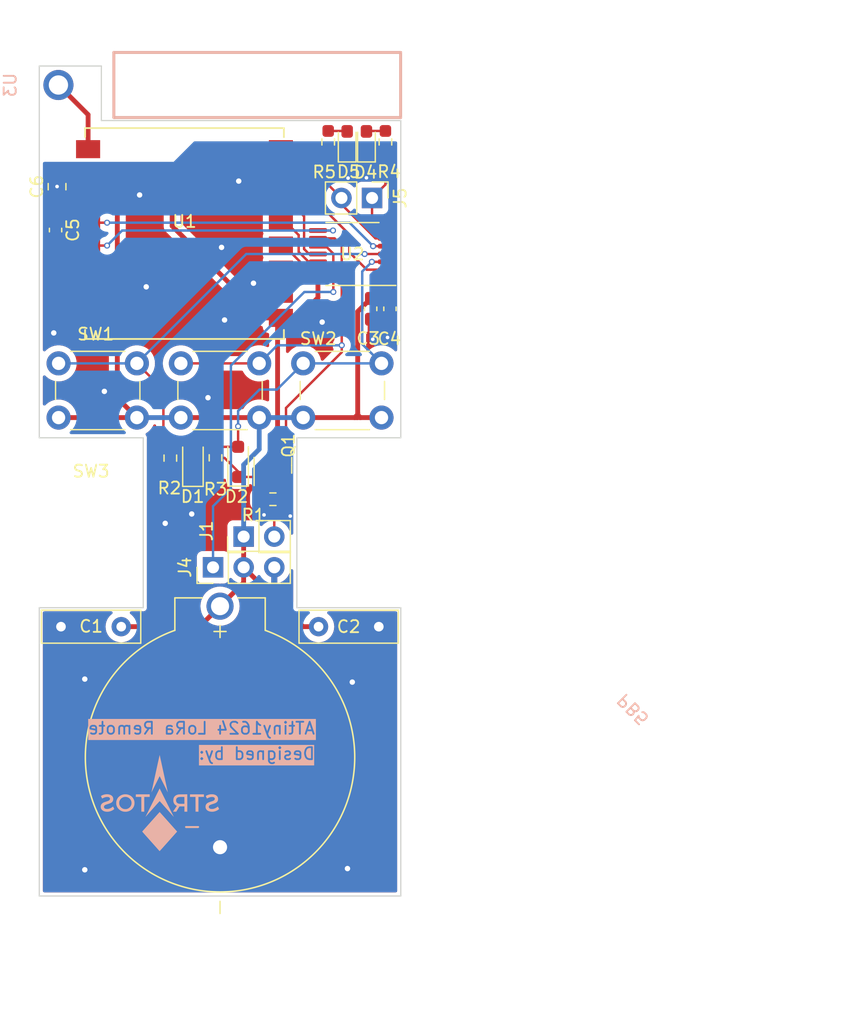
<source format=kicad_pcb>
(kicad_pcb (version 20221018) (generator pcbnew)
  (layers (0 "F.Cu" signal) (31 "B.Cu" signal) (34 "B.Paste" user) (35 "F.Paste" user) (36 "B.SilkS" user "B.Silkscreen") (37 "F.SilkS" user "F.Silkscreen") (38 "B.Mask" user) (39 "F.Mask" user) (44 "Edge.Cuts" user))
  (net 0 "")
  (net 1 "+3.3V")
  (net 2 "GND")
  (net 3 "/STRAP")
  (net 4 "/MOSI")
  (net 5 "/MISO")
  (net 6 "Net-(D4-A)")
  (net 7 "Net-(D5-A)")
  (net 8 "Net-(U1-ANT{slash}NC)")
  (net 9 "/UPDI")
  (net 10 "/LED1")
  (net 11 "/LED2")
  (net 12 "/NMOS")
  (net 13 "/BTN1")
  (net 14 "/BTN2")
  (net 15 "/CS")
  (net 16 "/DIO0")
  (net 17 "/SCK")
  (net 19 "/RST")
  (footprint "Connector_PinHeader_2.54mm:PinHeader_1x03_P2.54mm_Vertical" (layer "F.Cu") (at 112.22 76.6 90)
    (fp_text reference "J4" (at 0 -2.33 90) (layer "F.SilkS"))
    (fp_text value "UPDI")
    (pad "1" thru_hole rect (at 0 0 90) (size 1.7 1.7) (drill 1) (layers "*.Cu" "*.Mask") (net 9 "/UPDI"))
    (pad "2" thru_hole oval (at 0 2.54 90) (size 1.7 1.7) (drill 1) (layers "*.Cu" "*.Mask") (net 1 "+3.3V"))
    (pad "3" thru_hole oval (at 0 5.08 90) (size 1.7 1.7) (drill 1) (layers "*.Cu" "*.Mask") (net 2 "GND"))
  )
  (footprint "Connector_PinHeader_2.54mm:PinHeader_1x02_P2.54mm_Vertical" (layer "F.Cu") (at 125.415 45.95 -90)
    (fp_text reference "J5" (at 0 -2.33 90) (layer "F.SilkS"))
    (fp_text value "UART0")
    (pad "1" thru_hole rect (at 0 0 270) (size 1.7 1.7) (drill 1) (layers "*.Cu" "*.Mask") (net 10 "/LED1"))
    (pad "2" thru_hole oval (at 0 2.54 270) (size 1.7 1.7) (drill 1) (layers "*.Cu" "*.Mask") (net 11 "/LED2"))
  )
  (footprint "Capacitor_SMD:C_0805_2012Metric_Pad1.18x1.45mm_HandSolder" (layer "F.Cu") (at 99.275 45.0125 90)
    (fp_text reference "C6" (at 0 -1.68 90) (layer "F.SilkS"))
    (fp_text value "100uF")
    (pad "1" smd roundrect (at -1.0375 0 90) (size 1.175 1.45) (layers "F.Cu" "F.Paste" "F.Mask") (roundrect_rratio 0.212766) (net 1 "+3.3V"))
    (pad "2" smd roundrect (at 1.0375 0 90) (size 1.175 1.45) (layers "F.Cu" "F.Paste" "F.Mask") (roundrect_rratio 0.212766) (net 2 "GND"))
  )
  (footprint "Custom:BAT_BS-7" (layer "F.Cu") (at 112.8 89.825 90)
    (fp_text reference "BT1" hide)
    (fp_text value "Coincell_BAT_BS-7")
    (pad "+" thru_hole circle (at 10 0 90) (size 2.25 2.25) (drill 1.5) (layers "*.Cu" "*.Mask") (net 1 "+3.3V"))
    (pad "-" thru_hole circle (at -10 0 90) (size 1.755 1.755) (drill 1.17) (layers "*.Cu" "*.Mask") (net 2 "GND"))
  )
  (footprint "Resistor_SMD:R_0603_1608Metric_Pad0.98x0.95mm_HandSolder" (layer "F.Cu") (at 121.775 41.3 90)
    (fp_text reference "R5" (at -2.5 -0.325 180) (layer "F.SilkS"))
    (fp_text value "1k")
    (pad "1" smd roundrect (at -0.9125 0 90) (size 0.975 0.95) (layers "F.Cu" "F.Paste" "F.Mask") (net 11 "/LED2"))
    (pad "2" smd roundrect (at 0.9125 0 90) (size 0.975 0.95) (layers "F.Cu" "F.Paste" "F.Mask") (net 7 "Net-(D5-A)"))
  )
  (footprint "Capacitor_SMD:C_0603_1608Metric_Pad1.08x0.95mm_HandSolder" (layer "F.Cu") (at 125.3 55.15 -90)
    (fp_text reference "C3" (at 2.4625 0.2 -180) (layer "F.SilkS"))
    (fp_text value "100uF")
    (pad "1" smd roundrect (at -0.8625 0 270) (size 1.075 0.95) (layers "F.Cu" "F.Paste" "F.Mask") (net 1 "+3.3V"))
    (pad "2" smd roundrect (at 0.8625 0 270) (size 1.075 0.95) (layers "F.Cu" "F.Paste" "F.Mask") (net 2 "GND"))
  )
  (footprint "Button_Switch_THT:SW_PUSH_6mm" (layer "F.Cu") (at 99.4 59.675)
    (fp_text reference "SW1" (at 3.0796 -2.424899) (layer "F.SilkS"))
    (fp_text value "F2")
    (pad "1" thru_hole circle (at 0 0 90) (size 2 2) (drill 1.1) (layers "*.Cu" "*.Mask") (net 13 "/BTN1"))
    (pad "1" thru_hole circle (at 6.5 0 90) (size 2 2) (drill 1.1) (layers "*.Cu" "*.Mask") (net 13 "/BTN1"))
    (pad "2" thru_hole circle (at 0 4.5 90) (size 2 2) (drill 1.1) (layers "*.Cu" "*.Mask") (net 1 "+3.3V"))
    (pad "2" thru_hole circle (at 6.5 4.5 90) (size 2 2) (drill 1.1) (layers "*.Cu" "*.Mask") (net 1 "+3.3V"))
  )
  (footprint "RF_Module:Ai-Thinker-Ra-01-LoRa" (layer "F.Cu") (at 109.85 48.9)
    (fp_text reference "U1" (at 0 -1) (layer "F.SilkS"))
    (fp_text value "DL-LLCC68-S-433")
    (pad "1" smd rect (at -8 -7) (size 2 1.5) (layers "F.Cu" "F.Paste" "F.Mask") (net 8 "Net-(U1-ANT{slash}NC)"))
    (pad "2" smd rect (at -8 -5) (size 2 1.5) (layers "F.Cu" "F.Paste" "F.Mask") (net 12 "/NMOS"))
    (pad "3" smd rect (at -8 -3) (size 2 1.5) (layers "F.Cu" "F.Paste" "F.Mask") (net 1 "+3.3V"))
    (pad "4" smd rect (at -8 -1) (size 2 1.5) (layers "F.Cu" "F.Paste" "F.Mask") (net 19 "/RST"))
    (pad "5" smd rect (at -8 1) (size 2 1.5) (layers "F.Cu" "F.Paste" "F.Mask") (net 16 "/DIO0"))
    (pad "6" smd rect (at -8 3) (size 2 1.5) (layers "F.Cu" "F.Paste" "F.Mask"))
    (pad "7" smd rect (at -8 5) (size 2 1.5) (layers "F.Cu" "F.Paste" "F.Mask"))
    (pad "8" smd rect (at -8 7) (size 2 1.5) (layers "F.Cu" "F.Paste" "F.Mask"))
    (pad "9" smd rect (at 8 7) (size 2 1.5) (layers "F.Cu" "F.Paste" "F.Mask") (net 12 "/NMOS"))
    (pad "10" smd rect (at 8 5) (size 2 1.5) (layers "F.Cu" "F.Paste" "F.Mask"))
    (pad "11" smd rect (at 8 3) (size 2 1.5) (layers "F.Cu" "F.Paste" "F.Mask"))
    (pad "12" smd rect (at 8 1) (size 2 1.5) (layers "F.Cu" "F.Paste" "F.Mask") (net 17 "/SCK"))
    (pad "13" smd rect (at 8 -1) (size 2 1.5) (layers "F.Cu" "F.Paste" "F.Mask") (net 5 "/MISO"))
    (pad "14" smd rect (at 8 -3) (size 2 1.5) (layers "F.Cu" "F.Paste" "F.Mask") (net 4 "/MOSI"))
    (pad "15" smd rect (at 8 -5) (size 2 1.5) (layers "F.Cu" "F.Paste" "F.Mask") (net 15 "/CS"))
    (pad "16" smd rect (at 8 -7) (size 2 1.5) (layers "F.Cu" "F.Paste" "F.Mask") (net 12 "/NMOS"))
  )
  (footprint "Capacitor_THT:C_Disc_D8.0mm_W2.5mm_P5.00mm" (layer "F.Cu") (at 125.975 81.525 180)
    (fp_text reference "C2" (at 2.5 0) (layer "F.SilkS"))
    (fp_text value "1000uF")
    (pad "1" thru_hole circle (at 0 0 180) (size 1.6 1.6) (drill 0.8) (layers "*.Cu" "*.Mask") (net 2 "GND"))
    (pad "2" thru_hole circle (at 5 0 180) (size 1.6 1.6) (drill 0.8) (layers "*.Cu" "*.Mask") (net 1 "+3.3V"))
  )
  (footprint "Resistor_SMD:R_0603_1608Metric_Pad0.98x0.95mm_HandSolder" (layer "F.Cu") (at 108.675 67.5375 -90)
    (fp_text reference "R2" (at 2.4875 0.075 -180) (layer "F.SilkS"))
    (fp_text value "10K")
    (pad "1" smd roundrect (at -0.9125 0 270) (size 0.975 0.95) (layers "F.Cu" "F.Paste" "F.Mask") (net 13 "/BTN1"))
    (pad "2" smd roundrect (at 0.9125 0 270) (size 0.975 0.95) (layers "F.Cu" "F.Paste" "F.Mask") (net 2 "GND"))
  )
  (footprint "Connector_PinHeader_2.54mm:PinHeader_1x02_P2.54mm_Vertical" (layer "F.Cu") (at 114.76 74.05 90)
    (fp_text reference "J1" (at 0.475 -3.085 90) (layer "F.SilkS"))
    (fp_text value "JMP")
    (pad "1" thru_hole rect (at 0 0 90) (size 1.7 1.7) (drill 1) (layers "*.Cu" "*.Mask") (net 1 "+3.3V"))
    (pad "2" thru_hole oval (at 0 2.54 90) (size 1.7 1.7) (drill 1) (layers "*.Cu" "*.Mask") (net 3 "/STRAP"))
  )
  (footprint "Button_Switch_THT:SW_PUSH_6mm" (layer "F.Cu") (at 109.55 59.675)
    (fp_text reference "SW3" (at -7.45 8.95 180) (layer "F.SilkS"))
    (fp_text value "F2")
    (pad "1" thru_hole circle (at 0 0 90) (size 2 2) (drill 1.1) (layers "*.Cu" "*.Mask") (net 3 "/STRAP"))
    (pad "1" thru_hole circle (at 6.5 0 90) (size 2 2) (drill 1.1) (layers "*.Cu" "*.Mask") (net 3 "/STRAP"))
    (pad "2" thru_hole circle (at 0 4.5 90) (size 2 2) (drill 1.1) (layers "*.Cu" "*.Mask") (net 1 "+3.3V"))
    (pad "2" thru_hole circle (at 6.5 4.5 90) (size 2 2) (drill 1.1) (layers "*.Cu" "*.Mask") (net 1 "+3.3V"))
  )
  (footprint "Package_SO:TSSOP-14_4.4x5mm_P0.65mm" (layer "F.Cu") (at 123.7875 50.6 180)
    (fp_text reference "U2" (at 0.0125 0) (layer "F.SilkS"))
    (fp_text value "ATtiny1624-X")
    (pad "1" smd roundrect (at -2.8625 -1.95 180) (size 1.475 0.4) (layers "F.Cu" "F.Paste" "F.Mask") (net 1 "+3.3V"))
    (pad "2" smd roundrect (at -2.8625 -1.3 180) (size 1.475 0.4) (layers "F.Cu" "F.Paste" "F.Mask") (net 15 "/CS"))
    (pad "3" smd roundrect (at -2.8625 -0.65 180) (size 1.475 0.4) (layers "F.Cu" "F.Paste" "F.Mask") (net 14 "/BTN2"))
    (pad "4" smd roundrect (at -2.8625 0 180) (size 1.475 0.4) (layers "F.Cu" "F.Paste" "F.Mask") (net 13 "/BTN1"))
    (pad "5" smd roundrect (at -2.8625 0.65 180) (size 1.475 0.4) (layers "F.Cu" "F.Paste" "F.Mask") (net 19 "/RST"))
    (pad "6" smd roundrect (at -2.8625 1.3 180) (size 1.475 0.4) (layers "F.Cu" "F.Paste" "F.Mask") (net 11 "/LED2"))
    (pad "7" smd roundrect (at -2.8625 1.95 180) (size 1.475 0.4) (layers "F.Cu" "F.Paste" "F.Mask") (net 10 "/LED1"))
    (pad "8" smd roundrect (at 2.8625 1.95 180) (size 1.475 0.4) (layers "F.Cu" "F.Paste" "F.Mask") (net 16 "/DIO0"))
    (pad "9" smd roundrect (at 2.8625 1.3 180) (size 1.475 0.4) (layers "F.Cu" "F.Paste" "F.Mask") (net 3 "/STRAP"))
    (pad "10" smd roundrect (at 2.8625 0.65 180) (size 1.475 0.4) (layers "F.Cu" "F.Paste" "F.Mask") (net 9 "/UPDI"))
    (pad "11" smd roundrect (at 2.8625 0 180) (size 1.475 0.4) (layers "F.Cu" "F.Paste" "F.Mask") (net 4 "/MOSI"))
    (pad "12" smd roundrect (at 2.8625 -0.65 180) (size 1.475 0.4) (layers "F.Cu" "F.Paste" "F.Mask") (net 5 "/MISO"))
    (pad "13" smd roundrect (at 2.8625 -1.3 180) (size 1.475 0.4) (layers "F.Cu" "F.Paste" "F.Mask") (net 17 "/SCK"))
    (pad "14" smd roundrect (at 2.8625 -1.95 180) (size 1.475 0.4) (layers "F.Cu" "F.Paste" "F.Mask") (net 12 "/NMOS"))
  )
  (footprint "Capacitor_SMD:C_0603_1608Metric_Pad1.08x0.95mm_HandSolder" (layer "F.Cu") (at 126.9 55.15 -90)
    (fp_text reference "C4" (at 2.4875 0.05 -180) (layer "F.SilkS"))
    (fp_text value "10uF")
    (pad "1" smd roundrect (at -0.8625 0 270) (size 1.075 0.95) (layers "F.Cu" "F.Paste" "F.Mask") (net 1 "+3.3V"))
    (pad "2" smd roundrect (at 0.8625 0 270) (size 1.075 0.95) (layers "F.Cu" "F.Paste" "F.Mask") (net 2 "GND"))
  )
  (footprint "LED_SMD:LED_0603_1608Metric_Pad1.05x0.95mm_HandSolder" (layer "F.Cu") (at 124.95 41.3 90)
    (fp_text reference "D4" (at -2.525 -0.075 180) (layer "F.SilkS"))
    (fp_text value "green")
    (pad "1" smd roundrect (at -0.875 0 90) (size 1.05 0.95) (layers "F.Cu" "F.Paste" "F.Mask") (net 2 "GND"))
    (pad "2" smd roundrect (at 0.875 0 90) (size 1.05 0.95) (layers "F.Cu" "F.Paste" "F.Mask") (net 6 "Net-(D4-A)"))
  )
  (footprint "LED_SMD:LED_0603_1608Metric_Pad1.05x0.95mm_HandSolder" (layer "F.Cu") (at 123.35 41.3 90)
    (fp_text reference "D5" (at -2.475 0.125 180) (layer "F.SilkS"))
    (fp_text value "blue")
    (pad "1" smd roundrect (at -0.875 0 90) (size 1.05 0.95) (layers "F.Cu" "F.Paste" "F.Mask") (net 2 "GND"))
    (pad "2" smd roundrect (at 0.875 0 90) (size 1.05 0.95) (layers "F.Cu" "F.Paste" "F.Mask") (net 7 "Net-(D5-A)"))
  )
  (footprint "Diode_SMD:D_SOD-323_HandSoldering" (layer "F.Cu") (at 114.3 67.85 90)
    (fp_text reference "D2" (at -2.875 -0.125 180) (layer "F.SilkS"))
    (fp_text value "diode")
    (pad "1" smd roundrect (at -1.25 0 90) (size 1 1) (layers "F.Cu" "F.Paste" "F.Mask") (net 3 "/STRAP"))
    (pad "2" smd roundrect (at 1.25 0 90) (size 1 1) (layers "F.Cu" "F.Paste" "F.Mask") (net 14 "/BTN2"))
  )
  (footprint "Capacitor_THT:C_Disc_D8.0mm_W2.5mm_P5.00mm" (layer "F.Cu") (at 99.6 81.525)
    (fp_text reference "C1" (at 2.5 -0.025) (layer "F.SilkS"))
    (fp_text value "1000uF")
    (pad "1" thru_hole circle (at 0 0) (size 1.6 1.6) (drill 0.8) (layers "*.Cu" "*.Mask") (net 2 "GND"))
    (pad "2" thru_hole circle (at 5 0) (size 1.6 1.6) (drill 0.8) (layers "*.Cu" "*.Mask") (net 1 "+3.3V"))
  )
  (footprint "Resistor_SMD:R_0603_1608Metric_Pad0.98x0.95mm_HandSolder" (layer "F.Cu") (at 117.1875 70.95)
    (fp_text reference "R1" (at -1.6125 1.325) (layer "F.SilkS"))
    (fp_text value "10K")
    (pad "1" smd roundrect (at -0.9125 0) (size 0.975 0.95) (layers "F.Cu" "F.Paste" "F.Mask") (net 3 "/STRAP"))
    (pad "2" smd roundrect (at 0.9125 0) (size 0.975 0.95) (layers "F.Cu" "F.Paste" "F.Mask") (net 2 "GND"))
  )
  (footprint "Resistor_SMD:R_0603_1608Metric_Pad0.98x0.95mm_HandSolder" (layer "F.Cu") (at 126.525 41.3 90)
    (fp_text reference "R4" (at -2.475 0.3 180) (layer "F.SilkS"))
    (fp_text value "1k")
    (pad "1" smd roundrect (at -0.9125 0 90) (size 0.975 0.95) (layers "F.Cu" "F.Paste" "F.Mask") (net 10 "/LED1"))
    (pad "2" smd roundrect (at 0.9125 0 90) (size 0.975 0.95) (layers "F.Cu" "F.Paste" "F.Mask") (net 6 "Net-(D4-A)"))
  )
  (footprint "Button_Switch_THT:SW_PUSH_6mm" (layer "F.Cu") (at 119.7 59.675)
    (fp_text reference "SW2" (at 1.25 -2.05 180) (layer "F.SilkS"))
    (fp_text value "F2")
    (pad "1" thru_hole circle (at 0 0 90) (size 2 2) (drill 1.1) (layers "*.Cu" "*.Mask") (net 14 "/BTN2"))
    (pad "1" thru_hole circle (at 6.5 0 90) (size 2 2) (drill 1.1) (layers "*.Cu" "*.Mask") (net 14 "/BTN2"))
    (pad "2" thru_hole circle (at 0 4.5 90) (size 2 2) (drill 1.1) (layers "*.Cu" "*.Mask") (net 1 "+3.3V"))
    (pad "2" thru_hole circle (at 6.5 4.5 90) (size 2 2) (drill 1.1) (layers "*.Cu" "*.Mask") (net 1 "+3.3V"))
  )
  (footprint "Capacitor_SMD:C_0603_1608Metric_Pad1.08x0.95mm_HandSolder" (layer "F.Cu") (at 99.15 48.6125 -90)
    (fp_text reference "C5" (at 0 -1.43 90) (layer "F.SilkS"))
    (fp_text value "5nF")
    (pad "1" smd roundrect (at -0.8625 0 270) (size 1.075 0.95) (layers "F.Cu" "F.Paste" "F.Mask") (net 1 "+3.3V"))
    (pad "2" smd roundrect (at 0.8625 0 270) (size 1.075 0.95) (layers "F.Cu" "F.Paste" "F.Mask") (net 2 "GND"))
  )
  (footprint "Package_TO_SOT_SMD:SOT-23" (layer "F.Cu") (at 117.1875 68.1375 90)
    (fp_text reference "Q1" (at 1.6375 1.2875 270) (layer "F.SilkS"))
    (fp_text value "BSS138")
    (pad "1" smd roundrect (at -0.9375 -0.95 90) (size 1.475 0.6) (layers "F.Cu" "F.Paste" "F.Mask") (net 3 "/STRAP"))
    (pad "2" smd roundrect (at -0.9375 0.95 90) (size 1.475 0.6) (layers "F.Cu" "F.Paste" "F.Mask") (net 2 "GND"))
    (pad "3" smd roundrect (at 0.9375 0 90) (size 1.475 0.6) (layers "F.Cu" "F.Paste" "F.Mask") (net 12 "/NMOS"))
  )
  (footprint "Resistor_SMD:R_0603_1608Metric_Pad0.98x0.95mm_HandSolder" (layer "F.Cu") (at 112.425 67.5125 -90)
    (fp_text reference "R3" (at 2.6125 0 -180) (layer "F.SilkS"))
    (fp_text value "10K")
    (pad "1" smd roundrect (at -0.9125 0 270) (size 0.975 0.95) (layers "F.Cu" "F.Paste" "F.Mask") (net 14 "/BTN2"))
    (pad "2" smd roundrect (at 0.9125 0 270) (size 0.975 0.95) (layers "F.Cu" "F.Paste" "F.Mask") (net 2 "GND"))
  )
  (footprint "Diode_SMD:D_SOD-323_HandSoldering" (layer "F.Cu") (at 110.55 67.875 90)
    (fp_text reference "D1" (at -2.85 -0.025 180) (layer "F.SilkS"))
    (fp_text value "diode")
    (pad "1" smd roundrect (at -1.25 0 90) (size 1 1) (layers "F.Cu" "F.Paste" "F.Mask") (net 3 "/STRAP"))
    (pad "2" smd roundrect (at 1.25 0 90) (size 1 1) (layers "F.Cu" "F.Paste" "F.Mask") (net 13 "/BTN1"))
  )
  (footprint "Custom:ANT-TH_T14-433M" (layer "B.Cu") (at 99.3875 36.575 -90)
    (fp_text reference "U3" (at 0 4 90) (layer "B.SilkS") (effects (justify mirror)))
    (fp_text value "VG433SNX39-6W3")
    (pad "1" thru_hole circle (at 0 0) (size 2.5 2.5) (drill 1.599997) (layers "*.Cu" "*.Paste" "*.Mask") (net 8 "Net-(U1-ANT{slash}NC)"))
  )
  (footprint "LOGO" (layer "B.Cu") (at 107.79616 96.1575 180)
    (fp_text reference "G***")
    (fp_text value "LOGO" hide)
  )
  (gr_line (start 109.9796 98.1501) (end 110.9796 98.1501) (stroke (width 0.15)) (layer "B.SilkS"))
  (gr_line (start 109.9796 98.1501) (end 110.9796 98.1501) (stroke (width 0.15)) (layer "F.SilkS"))
  (gr_line (start 97.8 103.875) (end 97.8 79.95) (stroke (width 0.1)) (layer "Edge.Cuts"))
  (gr_line (start 97.8 65.85) (end 97.8 35) (stroke (width 0.1)) (layer "Edge.Cuts"))
  (gr_line (start 127.8 39.525) (end 102.95 39.525) (stroke (width 0.1)) (layer "Edge.Cuts"))
  (gr_line (start 97.8 35) (end 102.95 35) (stroke (width 0.1)) (layer "Edge.Cuts"))
  (gr_line (start 97.8 79.95) (end 106.425 79.95) (stroke (width 0.1)) (layer "Edge.Cuts"))
  (gr_line (start 127.8 103.875) (end 97.8 103.875) (stroke (width 0.1)) (layer "Edge.Cuts"))
  (gr_line (start 127.8 79.95) (end 119.175 79.95) (stroke (width 0.1)) (layer "Edge.Cuts"))
  (gr_line (start 127.8 65.85) (end 127.8 39.525) (stroke (width 0.1)) (layer "Edge.Cuts"))
  (gr_line (start 127.8 103.875) (end 127.8 79.95) (stroke (width 0.1)) (layer "Edge.Cuts"))
  (gr_line (start 102.95 39.525) (end 102.95 35) (stroke (width 0.1)) (layer "Edge.Cuts"))
  (gr_line (start 119.175 79.95) (end 119.175 65.85) (stroke (width 0.1)) (layer "Edge.Cuts"))
  (gr_line (start 106.425 65.85) (end 106.425 79.95) (stroke (width 0.1)) (layer "Edge.Cuts"))
  (gr_line (start 97.8 65.85) (end 106.425 65.85) (stroke (width 0.1)) (layer "Edge.Cuts"))
  (gr_line (start 127.8 65.85) (end 119.175 65.85) (stroke (width 0.1)) (layer "Edge.Cuts"))
  (gr_text "PB5" (at 146.3802 86.8426 135) (layer "B.SilkS") (effects (font (size 1 1)) (justify left bottom mirror)))
  (gr_text "ATtiny1624 LoRa Remote" (at 120.762338 90.5441) (layer "B.SilkS" knockout) (effects (font (size 1 1)) (justify left bottom mirror)))
  (gr_text "Designed by:" (at 120.762336 92.6523) (layer "B.SilkS" knockout) (effects (font (size 1 1)) (justify left bottom mirror)))
  (segment (start 112.8 79.825) (end 114.76 77.865) (width 0.4) (layer "F.Cu") (net 1))
  (segment (start 124.225 63.95) (end 124.45 64.175) (width 0.4) (layer "F.Cu") (net 1))
  (segment (start 119.685 81.525) (end 114.76 76.6) (width 0.4) (layer "F.Cu") (net 1))
  (segment (start 103.25 45.9) (end 104.275 46.925) (width 0.4) (layer "F.Cu") (net 1))
  (segment (start 124.225 63.825) (end 124.225 63.95) (width 0.4) (layer "F.Cu") (net 1))
  (segment (start 104.275 46.925) (end 104.275 62.55) (width 0.4) (layer "F.Cu") (net 1))
  (segment (start 114.76 77.865) (end 114.76 74.05) (width 0.4) (layer "F.Cu") (net 1))
  (segment (start 126.65 52.55) (end 126.65 54.0375) (width 0.4) (layer "F.Cu") (net 1))
  (segment (start 120.975 81.525) (end 119.685 81.525) (width 0.4) (layer "F.Cu") (net 1))
  (segment (start 124.225 55.375) (end 125.3 54.3) (width 0.4) (layer "F.Cu") (net 1))
  (segment (start 126.65 54.0375) (end 126.9 54.2875) (width 0.4) (layer "F.Cu") (net 1))
  (segment (start 99.15 47.75) (end 99.15 46.175) (width 0.4) (layer "F.Cu") (net 1))
  (segment (start 124.225 64.125) (end 124.225 63.825) (width 0.4) (layer "F.Cu") (net 1))
  (segment (start 124.175 64.175) (end 124.45 64.175) (width 0.4) (layer "F.Cu") (net 1))
  (segment (start 111.1 81.525) (end 112.8 79.825) (width 0.4) (layer "F.Cu") (net 1))
  (segment (start 124.45 64.175) (end 126.2 64.175) (width 0.4) (layer "F.Cu") (net 1))
  (segment (start 125.3 54.2875) (end 126.9 54.2875) (width 0.4) (layer "F.Cu") (net 1))
  (segment (start 124.225 63.825) (end 124.225 63.925) (width 0.4) (layer "F.Cu") (net 1))
  (segment (start 104.275 62.55) (end 105.9 64.175) (width 0.4) (layer "F.Cu") (net 1))
  (segment (start 124.175 64.175) (end 124.225 64.125) (width 0.4) (layer "F.Cu") (net 1))
  (segment (start 123.975 64.175) (end 124.175 64.175) (width 0.4) (layer "F.Cu") (net 1))
  (segment (start 99.15 46.175) (end 99.275 46.05) (width 0.4) (layer "F.Cu") (net 1))
  (segment (start 125.3 54.3) (end 125.3 54.2875) (width 0.4) (layer "F.Cu") (net 1))
  (segment (start 119.7 64.175) (end 123.975 64.175) (width 0.4) (layer "F.Cu") (net 1))
  (segment (start 101.85 45.9) (end 99.425 45.9) (width 0.4) (layer "F.Cu") (net 1))
  (segment (start 109.55 64.175) (end 116.05 64.175) (width 0.4) (layer "F.Cu") (net 1))
  (segment (start 124.225 63.925) (end 123.975 64.175) (width 0.4) (layer "F.Cu") (net 1))
  (segment (start 99.4 64.175) (end 105.9 64.175) (width 0.4) (layer "F.Cu") (net 1))
  (segment (start 99.425 45.9) (end 99.275 46.05) (width 0.4) (layer "F.Cu") (net 1))
  (segment (start 124.225 63.825) (end 124.225 55.375) (width 0.4) (layer "F.Cu") (net 1))
  (segment (start 104.6 81.525) (end 111.1 81.525) (width 0.4) (layer "F.Cu") (net 1))
  (segment (start 101.85 45.9) (end 103.25 45.9) (width 0.4) (layer "F.Cu") (net 1))
  (segment (start 114.76 68.09) (end 116.05 66.8) (width 0.4) (layer "B.Cu") (net 1))
  (segment (start 116.05 64.175) (end 119.7 64.175) (width 0.4) (layer "B.Cu") (net 1))
  (segment (start 114.76 74.05) (end 114.76 68.09) (width 0.4) (layer "B.Cu") (net 1))
  (segment (start 116.05 66.8) (end 116.05 64.175) (width 0.4) (layer "B.Cu") (net 1))
  (segment (start 105.9 64.175) (end 109.55 64.175) (width 0.4) (layer "B.Cu") (net 1))
  (segment (start 99.275 45) (end 99.275 43.975) (width 0.4) (layer "F.Cu") (net 2))
  (via (at 101.575 101.7) (size 0.75) (drill 0.45) (layers "F.Cu" "B.Cu") (net 2))
  (via (at 101.575 85.875) (size 0.75) (drill 0.45) (layers "F.Cu" "B.Cu") (net 2))
  (via (at 118.625 72.35) (size 0.5) (drill 0.3) (layers "F.Cu" "B.Cu") (net 2))
  (via (at 108.25 72.95) (size 0.75) (drill 0.45) (layers "F.Cu" "B.Cu") (net 2))
  (via (at 116.45 72.25) (size 0.5) (drill 0.3) (layers "F.Cu" "B.Cu") (net 2))
  (via (at 106.675 53.325) (size 0.75) (drill 0.45) (layers "F.Cu" "B.Cu") (net 2))
  (via (at 106.125 45.7) (size 0.75) (drill 0.45) (layers "F.Cu" "B.Cu") (net 2))
  (via (at 112.925 50.05) (size 0.75) (drill 0.45) (layers "F.Cu" "B.Cu") (net 2))
  (via (at 115.575 53.025) (size 0.75) (drill 0.45) (layers "F.Cu" "B.Cu") (net 2))
  (via (at 114.35 44.55) (size 0.75) (drill 0.45) (layers "F.Cu" "B.Cu") (net 2))
  (via (at 113.175 56.075) (size 0.75) (drill 0.45) (layers "F.Cu" "B.Cu") (net 2))
  (via (at 99.275 45) (size 0.5) (drill 0.3) (layers "F.Cu" "B.Cu") (net 2))
  (via (at 123.425 44.3) (size 0.5) (drill 0.3) (layers "F.Cu" "B.Cu") (net 2))
  (via (at 110.45 72.175) (size 0.75) (drill 0.45) (layers "F.Cu" "B.Cu") (net 2))
  (via (at 124.95 44.275) (size 0.5) (drill 0.3) (layers "F.Cu" "B.Cu") (net 2))
  (via (at 111.8 62.525) (size 0.75) (drill 0.45) (layers "F.Cu" "B.Cu") (net 2))
  (via (at 123.775 86.125) (size 0.75) (drill 0.45) (layers "F.Cu" "B.Cu") (net 2))
  (via (at 99 57.15) (size 0.75) (drill 0.45) (layers "F.Cu" "B.Cu") (net 2))
  (via (at 123.375 101.6) (size 0.75) (drill 0.45) (layers "F.Cu" "B.Cu") (net 2))
  (via (at 126.7 57.525) (size 0.5) (drill 0.3) (layers "F.Cu" "B.Cu") (net 2))
  (via (at 121.275 56.25) (size 0.75) (drill 0.45) (layers "F.Cu" "B.Cu") (net 2))
  (via (at 125.475 57.675) (size 0.5) (drill 0.3) (layers "F.Cu" "B.Cu") (net 2))
  (via (at 103.2 62) (size 0.75) (drill 0.45) (layers "F.Cu" "B.Cu") (net 2))
  (segment (start 116.725 69.075) (end 116.2375 69.075) (width 0.2) (layer "F.Cu") (net 3))
  (segment (start 122.9 58.75) (end 118.275 63.375) (width 0.2) (layer "F.Cu") (net 3))
  (segment (start 117.3 74.05) (end 117.3 71.975) (width 0.2) (layer "F.Cu") (net 3))
  (segment (start 111.675 67.525) (end 113.175 67.525) (width 0.2) (layer "F.Cu") (net 3))
  (segment (start 110.55 69.125) (end 110.55 68.65) (width 0.2) (layer "F.Cu") (net 3))
  (segment (start 116.2375 69.075) (end 116.2375 70.9125) (width 0.2) (layer "F.Cu") (net 3))
  (segment (start 109.55 59.675) (end 116.05 59.675) (width 0.2) (layer "F.Cu") (net 3))
  (segment (start 116.2125 69.1) (end 116.2375 69.075) (width 0.2) (layer "F.Cu") (net 3))
  (segment (start 118.275 67.525) (end 116.725 69.075) (width 0.2) (layer "F.Cu") (net 3))
  (segment (start 118.275 63.375) (end 118.275 67.525) (width 0.2) (layer "F.Cu") (net 3))
  (segment (start 113.175 67.525) (end 114.3 68.65) (width 0.2) (layer "F.Cu") (net 3))
  (segment (start 122.302818 49.3) (end 120.925 49.3) (width 0.2) (layer "F.Cu") (net 3))
  (segment (start 114.3 69.1) (end 116.2125 69.1) (width 0.2) (layer "F.Cu") (net 3))
  (segment (start 117.3 71.975) (end 116.275 70.95) (width 0.2) (layer "F.Cu") (net 3))
  (segment (start 122.9 49.897182) (end 122.302818 49.3) (width 0.2) (layer "F.Cu") (net 3))
  (segment (start 122.9 58.175) (end 122.9 58.75) (width 0.2) (layer "F.Cu") (net 3))
  (segment (start 110.55 68.65) (end 111.675 67.525) (width 0.2) (layer "F.Cu") (net 3))
  (segment (start 114.3 68.65) (end 114.3 69.1) (width 0.2) (layer "F.Cu") (net 3))
  (segment (start 116.2375 70.9125) (end 116.275 70.95) (width 0.2) (layer "F.Cu") (net 3))
  (segment (start 122.9 58.175) (end 122.9 49.897182) (width 0.2) (layer "F.Cu") (net 3))
  (via (at 122.9 58.175) (size 0.5) (drill 0.3) (layers "F.Cu" "B.Cu") (net 3))
  (segment (start 117.55 58.175) (end 116.05 59.675) (width 0.2) (layer "B.Cu") (net 3))
  (segment (start 122.9 58.175) (end 117.55 58.175) (width 0.2) (layer "B.Cu") (net 3))
  (segment (start 118.2 45.9) (end 117.85 45.9) (width 0.2) (layer "F.Cu") (net 4))
  (segment (start 120.187501 50.6) (end 119.775 50.187499) (width 0.2) (layer "F.Cu") (net 4))
  (segment (start 119.775 47.475) (end 118.2 45.9) (width 0.2) (layer "F.Cu") (net 4))
  (segment (start 120.925 50.6) (end 120.187501 50.6) (width 0.2) (layer "F.Cu") (net 4))
  (segment (start 119.775 50.187499) (end 119.775 47.475) (width 0.2) (layer "F.Cu") (net 4))
  (segment (start 119.325 50.425) (end 119.325 49.025) (width 0.2) (layer "F.Cu") (net 5))
  (segment (start 119.325 49.025) (end 118.2 47.9) (width 0.2) (layer "F.Cu") (net 5))
  (segment (start 120.925 51.25) (end 120.15 51.25) (width 0.2) (layer "F.Cu") (net 5))
  (segment (start 120.15 51.25) (end 119.325 50.425) (width 0.2) (layer "F.Cu") (net 5))
  (segment (start 118.2 47.9) (end 117.85 47.9) (width 0.2) (layer "F.Cu") (net 5))
  (segment (start 124.9875 40.3875) (end 124.95 40.425) (width 0.2) (layer "F.Cu") (net 6))
  (segment (start 126.525 40.3875) (end 124.9875 40.3875) (width 0.2) (layer "F.Cu") (net 6))
  (segment (start 123.3125 40.3875) (end 123.35 40.425) (width 0.2) (layer "F.Cu") (net 7))
  (segment (start 121.775 40.3875) (end 123.3125 40.3875) (width 0.2) (layer "F.Cu") (net 7))
  (segment (start 101.85 41.9) (end 101.85 39.0375) (width 0.4) (layer "F.Cu") (net 8))
  (segment (start 101.85 39.0375) (end 99.3875 36.575) (width 0.4) (layer "F.Cu") (net 8))
  (segment (start 122.2 50.571815) (end 121.578185 49.95) (width 0.2) (layer "F.Cu") (net 9))
  (segment (start 121.578185 49.95) (end 120.925 49.95) (width 0.2) (layer "F.Cu") (net 9))
  (segment (start 122.2 53.75) (end 122.2 50.571815) (width 0.2) (layer "F.Cu") (net 9))
  (via (at 122.2 53.75) (size 0.5) (drill 0.3) (layers "F.Cu" "B.Cu") (net 9))
  (segment (start 112.22 71.53) (end 112.22 76.6) (width 0.2) (layer "B.Cu") (net 9))
  (segment (start 113.7 70.05) (end 112.22 71.53) (width 0.2) (layer "B.Cu") (net 9))
  (segment (start 113.7 59.85) (end 113.7 70.05) (width 0.2) (layer "B.Cu") (net 9))
  (segment (start 122.2 53.75) (end 119.8 53.75) (width 0.2) (layer "B.Cu") (net 9))
  (segment (start 119.8 53.75) (end 113.7 59.85) (width 0.2) (layer "B.Cu") (net 9))
  (segment (start 126.525 42.2125) (end 126.525 44.84) (width 0.2) (layer "F.Cu") (net 10))
  (segment (start 126.525 44.84) (end 125.415 45.95) (width 0.2) (layer "F.Cu") (net 10))
  (segment (start 126.65 48.65) (end 126.075 48.65) (width 0.2) (layer "F.Cu") (net 10))
  (segment (start 126.075 48.65) (end 125.415 47.99) (width 0.2) (layer "F.Cu") (net 10))
  (segment (start 125.415 47.99) (end 125.415 45.95) (width 0.2) (layer "F.Cu") (net 10))
  (segment (start 126.65 49.3) (end 125.7 49.3) (width 0.2) (layer "F.Cu") (net 11))
  (segment (start 122.875 46.475) (end 122.875 45.95) (width 0.2) (layer "F.Cu") (net 11))
  (segment (start 125.7 49.3) (end 122.875 46.475) (width 0.2) (layer "F.Cu") (net 11))
  (segment (start 121.775 44.85) (end 122.875 45.95) (width 0.2) (layer "F.Cu") (net 11))
  (segment (start 121.775 42.2125) (end 121.775 44.85) (width 0.2) (layer "F.Cu") (net 11))
  (segment (start 101.85 43.9) (end 108.5 43.9) (width 0.4) (layer "F.Cu") (net 12))
  (segment (start 108.825 43.9) (end 108.825 44.2) (width 0.4) (layer "F.Cu") (net 12))
  (segment (start 108.5 43.9) (end 108.825 43.9) (width 0.4) (layer "F.Cu") (net 12))
  (segment (start 119.25 55.9) (end 117.85 55.9) (width 0.4) (layer "F.Cu") (net 12))
  (segment (start 108.5 43.9) (end 108.8 44.2) (width 0.4) (layer "F.Cu") (net 12))
  (segment (start 108.825 44.2) (end 108.825 48.275) (width 0.4) (layer "F.Cu") (net 12))
  (segment (start 108.8 44.2) (end 108.825 44.2) (width 0.4) (layer "F.Cu") (net 12))
  (segment (start 110.825 41.9) (end 117.85 41.9) (width 0.4) (layer "F.Cu") (net 12))
  (segment (start 108.825 48.275) (end 116.45 55.9) (width 0.4) (layer "F.Cu") (net 12))
  (segment (start 117.575 66.8125) (end 117.575 56.175) (width 0.4) (layer "F.Cu") (net 12))
  (segment (start 108.825 43.9) (end 110.825 41.9) (width 0.4) (layer "F.Cu") (net 12))
  (segment (start 120.925 54.225) (end 119.25 55.9) (width 0.4) (layer "F.Cu") (net 12))
  (segment (start 120.925 52.55) (end 120.925 54.225) (width 0.4) (layer "F.Cu") (net 12))
  (segment (start 117.1875 67.2) (end 117.575 66.8125) (width 0.4) (layer "F.Cu") (net 12))
  (segment (start 116.45 55.9) (end 117.85 55.9) (width 0.4) (layer "F.Cu") (net 12))
  (segment (start 117.575 56.175) (end 117.85 55.9) (width 0.4) (layer "F.Cu") (net 12))
  (segment (start 108.1 61.875) (end 105.9 59.675) (width 0.2) (layer "F.Cu") (net 13))
  (segment (start 110.55 66.625) (end 108.675 66.625) (width 0.2) (layer "F.Cu") (net 13))
  (segment (start 108.1 66.05) (end 108.1 61.875) (width 0.2) (layer "F.Cu") (net 13))
  (segment (start 108.675 66.625) (end 108.1 66.05) (width 0.2) (layer "F.Cu") (net 13))
  (segment (start 124.8 50.6) (end 126.65 50.6) (width 0.2) (layer "F.Cu") (net 13))
  (via (at 124.8 50.6) (size 0.5) (drill 0.3) (layers "F.Cu" "B.Cu") (net 13))
  (segment (start 124.8 50.6) (end 114.975 50.6) (width 0.2) (layer "B.Cu") (net 13))
  (segment (start 114.975 50.6) (end 105.9 59.675) (width 0.2) (layer "B.Cu") (net 13))
  (segment (start 99.4 59.675) (end 105.9 59.675) (width 0.2) (layer "B.Cu") (net 13))
  (segment (start 125.4 51.25) (end 126.65 51.25) (width 0.2) (layer "F.Cu") (net 14))
  (segment (start 114.3 64.9) (end 114.3 66.6) (width 0.2) (layer "F.Cu") (net 14))
  (segment (start 114.3 66.6) (end 112.425 66.6) (width 0.2) (layer "F.Cu") (net 14))
  (via (at 125.4 51.25) (size 0.5) (drill 0.3) (layers "F.Cu" "B.Cu") (net 14))
  (via (at 114.3 64.9) (size 0.5) (drill 0.3) (layers "F.Cu" "B.Cu") (net 14))
  (segment (start 114.3 63.625) (end 116.075 61.85) (width 0.2) (layer "B.Cu") (net 14))
  (segment (start 125.4 51.25) (end 124.6 52.05) (width 0.2) (layer "B.Cu") (net 14))
  (segment (start 114.3 64.9) (end 114.3 63.625) (width 0.2) (layer "B.Cu") (net 14))
  (segment (start 124.6 52.05) (end 124.6 58.075) (width 0.2) (layer "B.Cu") (net 14))
  (segment (start 117.525 61.85) (end 119.7 59.675) (width 0.2) (layer "B.Cu") (net 14))
  (segment (start 116.075 61.85) (end 117.525 61.85) (width 0.2) (layer "B.Cu") (net 14))
  (segment (start 119.7 59.675) (end 126.2 59.675) (width 0.2) (layer "B.Cu") (net 14))
  (segment (start 124.6 58.075) (end 126.2 59.675) (width 0.2) (layer "B.Cu") (net 14))
  (segment (start 124.975 51.9) (end 123.525 50.45) (width 0.2) (layer "F.Cu") (net 15))
  (segment (start 123.525 48.975) (end 118.45 43.9) (width 0.2) (layer "F.Cu") (net 15))
  (segment (start 118.45 43.9) (end 117.85 43.9) (width 0.2) (layer "F.Cu") (net 15))
  (segment (start 123.525 50.45) (end 123.525 48.975) (width 0.2) (layer "F.Cu") (net 15))
  (segment (start 126.65 51.9) (end 124.975 51.9) (width 0.2) (layer "F.Cu") (net 15))
  (segment (start 120.925 48.65) (end 122.175 48.65) (width 0.2) (layer "F.Cu") (net 16))
  (segment (start 103.425 49.9) (end 101.85 49.9) (width 0.2) (layer "F.Cu") (net 16))
  (via (at 122.175 48.65) (size 0.5) (drill 0.3) (layers "F.Cu" "B.Cu") (net 16))
  (via (at 103.425 49.9) (size 0.5) (drill 0.3) (layers "F.Cu" "B.Cu") (net 16))
  (segment (start 103.425 49.9) (end 104.675 48.65) (width 0.2) (layer "B.Cu") (net 16))
  (segment (start 104.675 48.65) (end 122.175 48.65) (width 0.2) (layer "B.Cu") (net 16))
  (segment (start 120.1 51.9) (end 120.925 51.9) (width 0.2) (layer "F.Cu") (net 17))
  (segment (start 118.1 49.9) (end 120.1 51.9) (width 0.2) (layer "F.Cu") (net 17))
  (segment (start 117.85 49.9) (end 118.1 49.9) (width 0.2) (layer "F.Cu") (net 17))
  (segment (start 101.95 48) (end 101.85 47.9) (width 0.2) (layer "F.Cu") (net 19))
  (segment (start 103.425 48) (end 101.95 48) (width 0.2) (layer "F.Cu") (net 19))
  (segment (start 126.65 49.95) (end 125.5 49.95) (width 0.2) (layer "F.Cu") (net 19))
  (via (at 125.5 49.95) (size 0.5) (drill 0.3) (layers "F.Cu" "B.Cu") (net 19))
  (via (at 103.425 48) (size 0.5) (drill 0.3) (layers "F.Cu" "B.Cu") (net 19))
  (segment (start 103.425 48) (end 123.55 48) (width 0.2) (layer "B.Cu") (net 19))
  (segment (start 123.55 48) (end 125.5 49.95) (width 0.2) (layer "B.Cu") (net 19))
  (zone (net 2) (net_name "GND") (layers "F&B.Cu") (connect_pads (clearance 0.5)) (min_thickness 0.25) (fill yes (thermal_gap 0.5) (thermal_bridge_width 0.5))
    (polygon (pts (xy 108.95 42.95) (xy 110.65 41.25) (xy 127.8 41.25) (xy 127.8 103.875) (xy 97.8 103.875) (xy 97.8 42.875) (xy 97.8 42.95)))
  )
)
</source>
